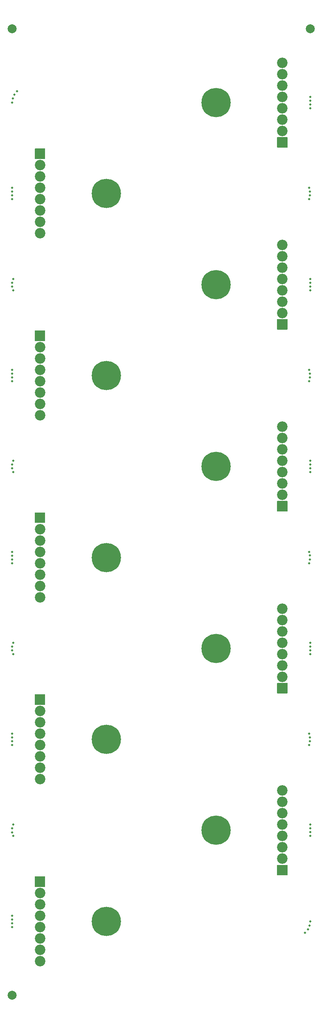
<source format=gbs>
G04 #@! TF.GenerationSoftware,KiCad,Pcbnew,6.0.2+dfsg-1*
G04 #@! TF.CreationDate,2024-07-01T09:46:04-06:00*
G04 #@! TF.ProjectId,ckt-signal-2x-array,636b742d-7369-4676-9e61-6c2d32782d61,rev?*
G04 #@! TF.SameCoordinates,Original*
G04 #@! TF.FileFunction,Soldermask,Bot*
G04 #@! TF.FilePolarity,Negative*
%FSLAX46Y46*%
G04 Gerber Fmt 4.6, Leading zero omitted, Abs format (unit mm)*
G04 Created by KiCad (PCBNEW 6.0.2+dfsg-1) date 2024-07-01 09:46:04*
%MOMM*%
%LPD*%
G01*
G04 APERTURE LIST*
%ADD10C,0.500000*%
%ADD11C,6.552400*%
%ADD12C,2.352400*%
%ADD13C,2.000000*%
G04 APERTURE END LIST*
D10*
X115406804Y-81010800D03*
X115162500Y-141200333D03*
X181837500Y-161545733D03*
X181837500Y-78470800D03*
X181709730Y-223085770D03*
X181809959Y-181900336D03*
X115162500Y-60665400D03*
X181593196Y-139507000D03*
X181809959Y-100518736D03*
X181593196Y-182737800D03*
X115162500Y-99662866D03*
X116274673Y-36522701D03*
D11*
X160755500Y-201813200D03*
D10*
X181593196Y-180197800D03*
X181593196Y-60665400D03*
X181837500Y-81010800D03*
X115406804Y-119161600D03*
X115163566Y-39062700D03*
X115162500Y-220888600D03*
D11*
X160755500Y-161122400D03*
D10*
X115162500Y-223428600D03*
X181837500Y-119161600D03*
D11*
X160755500Y-79740800D03*
G36*
G01*
X120285500Y-49329200D02*
X122485500Y-49329200D01*
G75*
G02*
X122561700Y-49405400I0J-76200D01*
G01*
X122561700Y-51605400D01*
G75*
G02*
X122485500Y-51681600I-76200J0D01*
G01*
X120285500Y-51681600D01*
G75*
G02*
X120209300Y-51605400I0J76200D01*
G01*
X120209300Y-49405400D01*
G75*
G02*
X120285500Y-49329200I76200J0D01*
G01*
G37*
D12*
X121385500Y-53045400D03*
X121385500Y-55585400D03*
X121385500Y-58125400D03*
X121385500Y-60665400D03*
X121385500Y-63205400D03*
X121385500Y-65745400D03*
X121385500Y-68285400D03*
D10*
X181836434Y-222145900D03*
X181837500Y-201389866D03*
X181837500Y-79317466D03*
X181593196Y-101356200D03*
X115190041Y-119999063D03*
X181837500Y-202236533D03*
D11*
X160755500Y-120431600D03*
G36*
G01*
X120285500Y-212092400D02*
X122485500Y-212092400D01*
G75*
G02*
X122561700Y-212168600I0J-76200D01*
G01*
X122561700Y-214368600D01*
G75*
G02*
X122485500Y-214444800I-76200J0D01*
G01*
X120285500Y-214444800D01*
G75*
G02*
X120209300Y-214368600I0J76200D01*
G01*
X120209300Y-212168600D01*
G75*
G02*
X120285500Y-212092400I76200J0D01*
G01*
G37*
D12*
X121385500Y-215808600D03*
X121385500Y-218348600D03*
X121385500Y-220888600D03*
X121385500Y-223428600D03*
X121385500Y-225968600D03*
X121385500Y-228508600D03*
X121385500Y-231048600D03*
D10*
X115162500Y-221735266D03*
X115190041Y-80173336D03*
G36*
G01*
X120285500Y-130710800D02*
X122485500Y-130710800D01*
G75*
G02*
X122561700Y-130787000I0J-76200D01*
G01*
X122561700Y-132987000D01*
G75*
G02*
X122485500Y-133063200I-76200J0D01*
G01*
X120285500Y-133063200D01*
G75*
G02*
X120209300Y-132987000I0J76200D01*
G01*
X120209300Y-130787000D01*
G75*
G02*
X120285500Y-130710800I76200J0D01*
G01*
G37*
D12*
X121385500Y-134427000D03*
X121385500Y-136967000D03*
X121385500Y-139507000D03*
X121385500Y-142047000D03*
X121385500Y-144587000D03*
X121385500Y-147127000D03*
X121385500Y-149667000D03*
D10*
X115162500Y-139507000D03*
X181837500Y-159852400D03*
X181837500Y-121701600D03*
X115162500Y-140353666D03*
G36*
G01*
X176714500Y-211879400D02*
X174514500Y-211879400D01*
G75*
G02*
X174438300Y-211803200I0J76200D01*
G01*
X174438300Y-209603200D01*
G75*
G02*
X174514500Y-209527000I76200J0D01*
G01*
X176714500Y-209527000D01*
G75*
G02*
X176790700Y-209603200I0J-76200D01*
G01*
X176790700Y-211803200D01*
G75*
G02*
X176714500Y-211879400I-76200J0D01*
G01*
G37*
D12*
X175614500Y-208163200D03*
X175614500Y-205623200D03*
X175614500Y-203083200D03*
X175614500Y-200543200D03*
X175614500Y-198003200D03*
X175614500Y-195463200D03*
X175614500Y-192923200D03*
D10*
X181809959Y-58962863D03*
X115406804Y-159852400D03*
X115162500Y-181891133D03*
X115406804Y-162392400D03*
X115162500Y-58125400D03*
G36*
G01*
X120285500Y-90020000D02*
X122485500Y-90020000D01*
G75*
G02*
X122561700Y-90096200I0J-76200D01*
G01*
X122561700Y-92296200D01*
G75*
G02*
X122485500Y-92372400I-76200J0D01*
G01*
X120285500Y-92372400D01*
G75*
G02*
X120209300Y-92296200I0J76200D01*
G01*
X120209300Y-90096200D01*
G75*
G02*
X120285500Y-90020000I76200J0D01*
G01*
G37*
D12*
X121385500Y-93736200D03*
X121385500Y-96276200D03*
X121385500Y-98816200D03*
X121385500Y-101356200D03*
X121385500Y-103896200D03*
X121385500Y-106436200D03*
X121385500Y-108976200D03*
D10*
X181837500Y-160699066D03*
X115162500Y-182737800D03*
X115190041Y-160689863D03*
D11*
X160755500Y-39050000D03*
X136244500Y-222158600D03*
D10*
X115406804Y-203083200D03*
X181837500Y-39473333D03*
D11*
X136244500Y-100086200D03*
D10*
X115162500Y-181044466D03*
X180725327Y-224685900D03*
X115162500Y-222581933D03*
X181809959Y-59827936D03*
X181837500Y-162392400D03*
X181837500Y-120854933D03*
X115162500Y-142047000D03*
X115162500Y-58972066D03*
X181809959Y-141209536D03*
X115671439Y-37254432D03*
X115290270Y-38122830D03*
X181837500Y-80164133D03*
X115190041Y-161554936D03*
X181837500Y-203083200D03*
X115190041Y-120864136D03*
X115162500Y-101356200D03*
X181837500Y-200543200D03*
X115406804Y-121701600D03*
X181593196Y-58125400D03*
X181837500Y-38626667D03*
X181809959Y-140344463D03*
G36*
G01*
X176714500Y-49116200D02*
X174514500Y-49116200D01*
G75*
G02*
X174438300Y-49040000I0J76200D01*
G01*
X174438300Y-46840000D01*
G75*
G02*
X174514500Y-46763800I76200J0D01*
G01*
X176714500Y-46763800D01*
G75*
G02*
X176790700Y-46840000I0J-76200D01*
G01*
X176790700Y-49040000D01*
G75*
G02*
X176714500Y-49116200I-76200J0D01*
G01*
G37*
D12*
X175614500Y-45400000D03*
X175614500Y-42860000D03*
X175614500Y-40320000D03*
X175614500Y-37780000D03*
X175614500Y-35240000D03*
X175614500Y-32700000D03*
X175614500Y-30160000D03*
D10*
X115406804Y-200543200D03*
X115162500Y-59818733D03*
X181593196Y-98816200D03*
X181837500Y-120008266D03*
X181837500Y-37780000D03*
G36*
G01*
X176714500Y-130497800D02*
X174514500Y-130497800D01*
G75*
G02*
X174438300Y-130421600I0J76200D01*
G01*
X174438300Y-128221600D01*
G75*
G02*
X174514500Y-128145400I76200J0D01*
G01*
X176714500Y-128145400D01*
G75*
G02*
X176790700Y-128221600I0J-76200D01*
G01*
X176790700Y-130421600D01*
G75*
G02*
X176714500Y-130497800I-76200J0D01*
G01*
G37*
D12*
X175614500Y-126781600D03*
X175614500Y-124241600D03*
X175614500Y-121701600D03*
X175614500Y-119161600D03*
X175614500Y-116621600D03*
X175614500Y-114081600D03*
X175614500Y-111541600D03*
D10*
X181809959Y-181035263D03*
X115162500Y-98816200D03*
X115190041Y-201380663D03*
X115162500Y-100509533D03*
G36*
G01*
X176714500Y-89807000D02*
X174514500Y-89807000D01*
G75*
G02*
X174438300Y-89730800I0J76200D01*
G01*
X174438300Y-87530800D01*
G75*
G02*
X174514500Y-87454600I76200J0D01*
G01*
X176714500Y-87454600D01*
G75*
G02*
X176790700Y-87530800I0J-76200D01*
G01*
X176790700Y-89730800D01*
G75*
G02*
X176714500Y-89807000I-76200J0D01*
G01*
G37*
D12*
X175614500Y-86090800D03*
X175614500Y-83550800D03*
X175614500Y-81010800D03*
X175614500Y-78470800D03*
X175614500Y-75930800D03*
X175614500Y-73390800D03*
X175614500Y-70850800D03*
D10*
X181837500Y-40320000D03*
G36*
G01*
X120285500Y-171401600D02*
X122485500Y-171401600D01*
G75*
G02*
X122561700Y-171477800I0J-76200D01*
G01*
X122561700Y-173677800D01*
G75*
G02*
X122485500Y-173754000I-76200J0D01*
G01*
X120285500Y-173754000D01*
G75*
G02*
X120209300Y-173677800I0J76200D01*
G01*
X120209300Y-171477800D01*
G75*
G02*
X120285500Y-171401600I76200J0D01*
G01*
G37*
D12*
X121385500Y-175117800D03*
X121385500Y-177657800D03*
X121385500Y-180197800D03*
X121385500Y-182737800D03*
X121385500Y-185277800D03*
X121385500Y-187817800D03*
X121385500Y-190357800D03*
D10*
X181593196Y-142047000D03*
D11*
X136244500Y-59395400D03*
D10*
X181809959Y-99653663D03*
X115190041Y-79308263D03*
D11*
X136244500Y-181467800D03*
D10*
X115162500Y-180197800D03*
D11*
X136244500Y-140777000D03*
D10*
X115190041Y-202245736D03*
X181328561Y-223954168D03*
G36*
G01*
X176714500Y-171188600D02*
X174514500Y-171188600D01*
G75*
G02*
X174438300Y-171112400I0J76200D01*
G01*
X174438300Y-168912400D01*
G75*
G02*
X174514500Y-168836200I76200J0D01*
G01*
X176714500Y-168836200D01*
G75*
G02*
X176790700Y-168912400I0J-76200D01*
G01*
X176790700Y-171112400D01*
G75*
G02*
X176714500Y-171188600I-76200J0D01*
G01*
G37*
D12*
X175614500Y-167472400D03*
X175614500Y-164932400D03*
X175614500Y-162392400D03*
X175614500Y-159852400D03*
X175614500Y-157312400D03*
X175614500Y-154772400D03*
X175614500Y-152232400D03*
D10*
X115406804Y-78470800D03*
D13*
X181837500Y-22540000D03*
X115162500Y-22540000D03*
X115162500Y-238668600D03*
M02*

</source>
